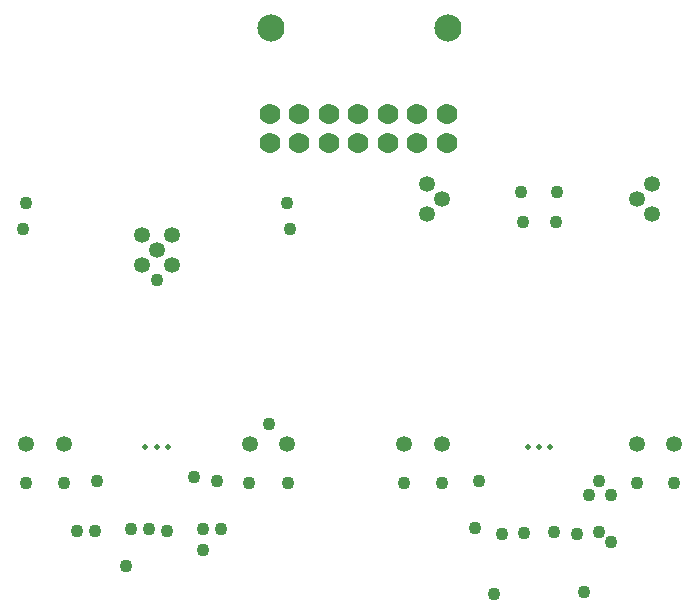
<source format=gbr>
%TF.GenerationSoftware,Altium Limited,Altium Designer,24.1.2 (44)*%
G04 Layer_Color=16711935*
%FSLAX45Y45*%
%MOMM*%
%TF.SameCoordinates,52D7BD39-7FF0-4AB0-A2C0-E3239692A872*%
%TF.FilePolarity,Negative*%
%TF.FileFunction,Soldermask,Bot*%
%TF.Part,Single*%
G01*
G75*
%TA.AperFunction,ViaPad*%
%ADD36C,0.50000*%
%TA.AperFunction,ComponentPad*%
%ADD56C,1.76320*%
%ADD57C,2.30320*%
%TA.AperFunction,ViaPad*%
%ADD58C,1.09220*%
%ADD59C,1.34620*%
D36*
X11271000Y7429500D02*
D03*
X11176000D02*
D03*
X11081000D02*
D03*
X14414500D02*
D03*
X14509500D02*
D03*
X14319501D02*
D03*
D56*
X12134800Y10000300D02*
D03*
X12384800D02*
D03*
X12634800D02*
D03*
X12884801D02*
D03*
X13134801D02*
D03*
X13384801D02*
D03*
X13634801D02*
D03*
X12134800Y10250300D02*
D03*
X12384800D02*
D03*
X12634800D02*
D03*
X12884801D02*
D03*
X13134801D02*
D03*
X13384801D02*
D03*
X13634801D02*
D03*
D57*
X13639799Y10972800D02*
D03*
X12142300D02*
D03*
D58*
X14795500Y6197600D02*
D03*
X14030991Y6183686D02*
D03*
X15239999Y7124700D02*
D03*
X12281300Y9491226D02*
D03*
X12128500Y7620000D02*
D03*
X11493500Y7175500D02*
D03*
X15019945Y6624665D02*
D03*
X13874046Y6740045D02*
D03*
X14922501Y7140599D02*
D03*
X14262801Y9588500D02*
D03*
X14274800Y9334500D02*
D03*
X14554201D02*
D03*
X14566200Y9588500D02*
D03*
X15557500Y7124700D02*
D03*
X13271500D02*
D03*
X13589000D02*
D03*
X13906500Y7139700D02*
D03*
X10067549Y7124700D02*
D03*
X10390275D02*
D03*
X10668000Y7139700D02*
D03*
X11684000D02*
D03*
X11961725Y7124700D02*
D03*
X12284451D02*
D03*
X10045700Y9271000D02*
D03*
X10070700Y9491225D02*
D03*
X12306300Y9271000D02*
D03*
X14922501Y6708100D02*
D03*
X14833600Y7023100D02*
D03*
X15024100D02*
D03*
X14732001Y6688100D02*
D03*
X14097000D02*
D03*
X14287500Y6700750D02*
D03*
X14541499Y6705600D02*
D03*
X10655300Y6718300D02*
D03*
X10960100Y6730950D02*
D03*
X11112500Y6735800D02*
D03*
X11264900Y6718300D02*
D03*
X11570025Y6733300D02*
D03*
X11722100Y6735800D02*
D03*
X11569700Y6553200D02*
D03*
X10915700Y6419850D02*
D03*
X10502900Y6718300D02*
D03*
X11176000Y8839200D02*
D03*
D59*
X15241675Y7454900D02*
D03*
X15559175D02*
D03*
X13590675D02*
D03*
X13273175D02*
D03*
X10391949D02*
D03*
X10069224D02*
D03*
X11963400D02*
D03*
X12280900D02*
D03*
X11303000Y9220200D02*
D03*
X11049000D02*
D03*
X11176000Y9093200D02*
D03*
X11049000Y8966200D02*
D03*
X11303000D02*
D03*
X15367000Y9398000D02*
D03*
X15239999Y9525000D02*
D03*
X15367000Y9652000D02*
D03*
X13462000Y9398000D02*
D03*
X13589000Y9525000D02*
D03*
X13462000Y9652000D02*
D03*
%TF.MD5,949b3652d5a69adc68cabd1ef78223d1*%
M02*

</source>
